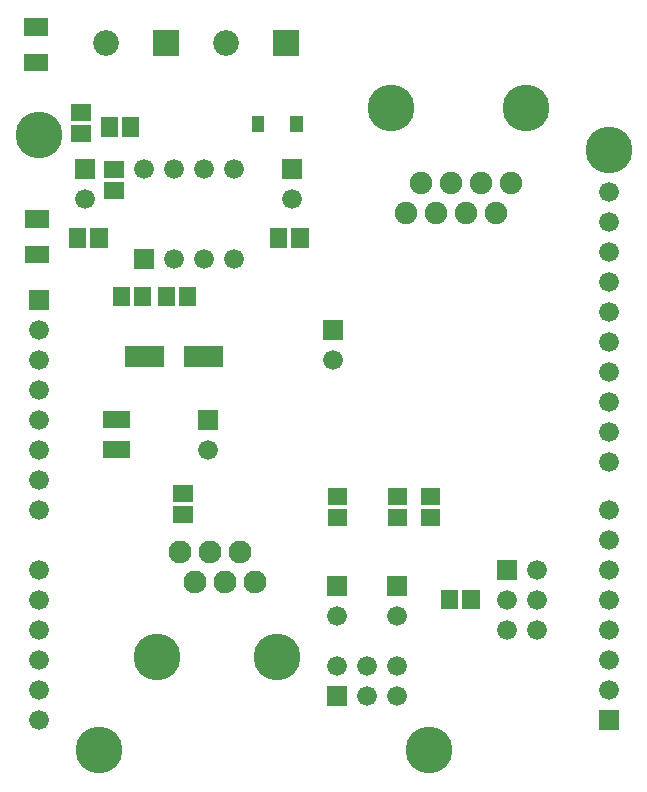
<source format=gbr>
G04 start of page 6 for group -4063 idx -4063 *
G04 Title: (unknown), componentmask *
G04 Creator: pcb 20110918 *
G04 CreationDate: Sat 02 Feb 2013 11:25:27 PM GMT UTC *
G04 For: petersen *
G04 Format: Gerber/RS-274X *
G04 PCB-Dimensions: 211000 271000 *
G04 PCB-Coordinate-Origin: lower left *
%MOIN*%
%FSLAX25Y25*%
%LNTOPMASK*%
%ADD68R,0.0550X0.0550*%
%ADD67R,0.0690X0.0690*%
%ADD66R,0.0420X0.0420*%
%ADD65R,0.0572X0.0572*%
%ADD64C,0.0860*%
%ADD63C,0.0760*%
%ADD62C,0.0750*%
%ADD61C,0.0001*%
%ADD60C,0.0660*%
%ADD59C,0.1560*%
G54D59*X200500Y210500D03*
G54D60*Y70500D03*
Y80500D03*
Y90500D03*
Y106500D03*
Y116500D03*
Y126500D03*
Y136500D03*
Y146500D03*
Y156500D03*
Y166500D03*
G54D61*G36*
X42200Y177300D02*Y170700D01*
X48800D01*
Y177300D01*
X42200D01*
G37*
G54D60*X55500Y174000D03*
X65500D03*
X75500D03*
X95000Y194000D03*
G54D61*G36*
X105200Y153800D02*Y147200D01*
X111800D01*
Y153800D01*
X105200D01*
G37*
G54D60*X108500Y140500D03*
G54D61*G36*
X63700Y123800D02*Y117200D01*
X70300D01*
Y123800D01*
X63700D01*
G37*
G54D60*X67000Y110500D03*
G54D62*X133000Y189425D03*
G54D59*X140500Y10500D03*
G54D60*X200500Y176500D03*
G54D61*G36*
X163200Y73800D02*Y67200D01*
X169800D01*
Y73800D01*
X163200D01*
G37*
G36*
X197200Y23800D02*Y17200D01*
X203800D01*
Y23800D01*
X197200D01*
G37*
G54D60*X200500Y30500D03*
Y40500D03*
Y50500D03*
Y60500D03*
X166500D03*
Y50500D03*
X176500Y60500D03*
Y50500D03*
Y70500D03*
G54D63*X57500Y76500D03*
X62500Y66500D03*
X67500Y76500D03*
X72500Y66500D03*
X77500Y76500D03*
X82500Y66500D03*
G54D59*X90000Y41500D03*
G54D60*X110000Y38500D03*
G54D61*G36*
X106700Y31800D02*Y25200D01*
X113300D01*
Y31800D01*
X106700D01*
G37*
G54D60*X120000Y28500D03*
X130000D03*
X120000Y38500D03*
X130000D03*
G54D61*G36*
X126700Y68300D02*Y61700D01*
X133300D01*
Y68300D01*
X126700D01*
G37*
G54D60*X130000Y55000D03*
G54D61*G36*
X106700Y68300D02*Y61700D01*
X113300D01*
Y68300D01*
X106700D01*
G37*
G54D60*X110000Y55000D03*
X200500Y186500D03*
Y196500D03*
G54D62*X168000Y199425D03*
X163000Y189425D03*
X158000Y199425D03*
X153000Y189425D03*
X148000Y199425D03*
X143000Y189425D03*
X138000Y199425D03*
G54D59*X173000Y224425D03*
X128000D03*
X30500Y10500D03*
G54D60*X10500Y70500D03*
Y60500D03*
Y50500D03*
Y40500D03*
Y30500D03*
Y20500D03*
G54D59*X50000Y41500D03*
X10500Y215500D03*
G54D61*G36*
X7200Y163800D02*Y157200D01*
X13800D01*
Y163800D01*
X7200D01*
G37*
G54D60*X10500Y150500D03*
Y140500D03*
Y130500D03*
Y120500D03*
Y110500D03*
Y100500D03*
Y90500D03*
G54D61*G36*
X22700Y207300D02*Y200700D01*
X29300D01*
Y207300D01*
X22700D01*
G37*
G54D60*X26000Y194000D03*
G54D61*G36*
X88700Y250300D02*Y241700D01*
X97300D01*
Y250300D01*
X88700D01*
G37*
G54D64*X73000Y246000D03*
G54D61*G36*
X48700Y250300D02*Y241700D01*
X57300D01*
Y250300D01*
X48700D01*
G37*
G54D64*X33000Y246000D03*
G54D60*X75500Y204000D03*
X65500D03*
X55500D03*
X45500D03*
G54D61*G36*
X91700Y207300D02*Y200700D01*
X98300D01*
Y207300D01*
X91700D01*
G37*
G54D65*X24107Y223043D02*X24893D01*
X8319Y251405D02*X10681D01*
X8319Y239595D02*X10681D01*
X24107Y215957D02*X24893D01*
X41043Y218393D02*Y217607D01*
X33957Y218393D02*Y217607D01*
X35107Y204043D02*X35893D01*
X35107Y196957D02*X35893D01*
G54D66*X96400Y219600D02*Y218400D01*
X83500Y219600D02*Y218400D01*
G54D65*X8819Y187405D02*X11181D01*
X30543Y181393D02*Y180607D01*
X23457Y181393D02*Y180607D01*
X97543Y181393D02*Y180607D01*
X90457Y181393D02*Y180607D01*
X60043Y161893D02*Y161107D01*
G54D67*X62193Y141500D02*X68492D01*
G54D65*X52957Y161893D02*Y161107D01*
X8819Y175595D02*X11181D01*
X37957Y161893D02*Y161107D01*
X45043Y161893D02*Y161107D01*
G54D68*X34700Y120500D02*X38300D01*
X34700Y110500D02*X38300D01*
G54D67*X42508Y141500D02*X48807D01*
G54D65*X109607Y87957D02*X110393D01*
X109607Y95043D02*X110393D01*
X140607Y87957D02*X141393D01*
X129607D02*X130393D01*
X154543Y60893D02*Y60107D01*
X147457Y60893D02*Y60107D01*
X140607Y95043D02*X141393D01*
X58107Y96043D02*X58893D01*
X58107Y88957D02*X58893D01*
X129607Y95043D02*X130393D01*
M02*

</source>
